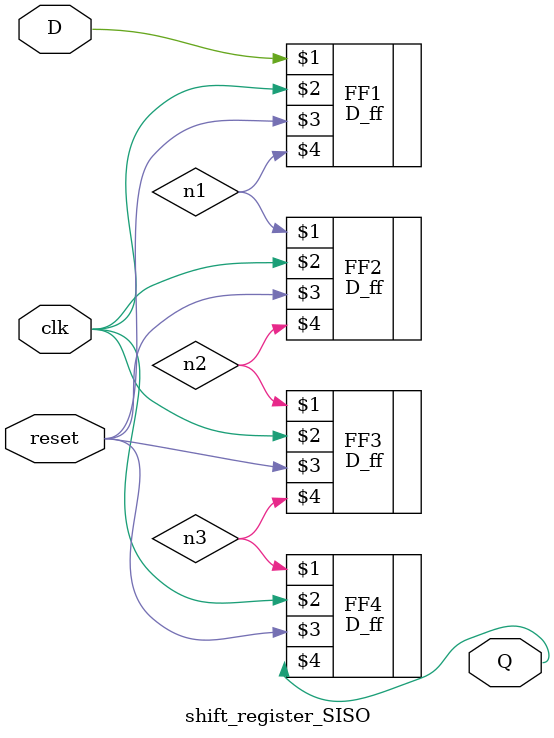
<source format=v>
`timescale 1ns / 1ps

module shift_register_SISO(
    input wire D,clk,reset,
    output wire Q
    );
    wire n1,n2,n3;
    
    D_ff FF1 (D, clk, reset, n1);
    D_ff FF2 (n1, clk, reset, n2);
    D_ff FF3 (n2, clk, reset, n3);
    D_ff FF4 (n3, clk, reset, Q);
    
    
endmodule

</source>
